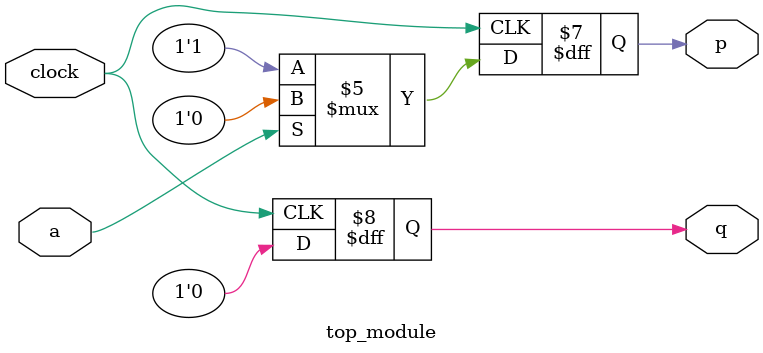
<source format=sv>
module top_module (
	input clock,
	input a, 
	output reg p,
	output reg q
);

always @ (posedge clock) begin
	if (a) begin
		p <= 0;
		q <= 0;
	end else begin
		p <= 1;
		q <= 0;
	end
end

endmodule

</source>
